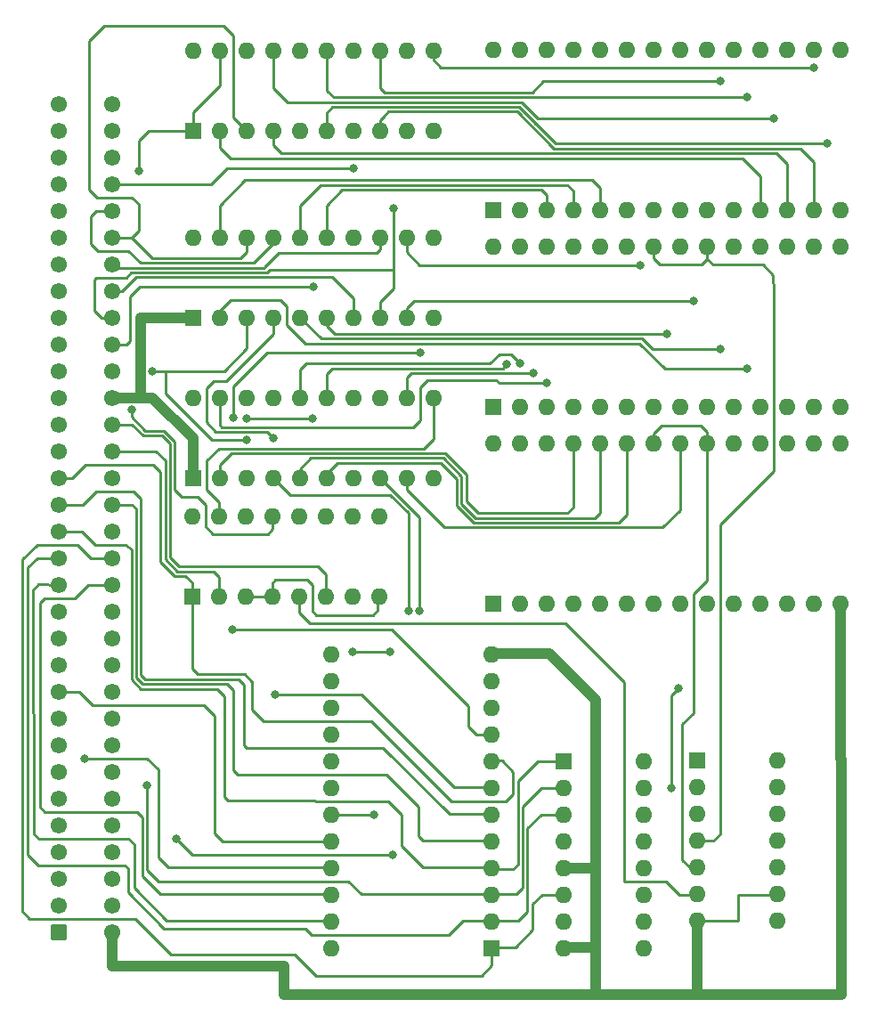
<source format=gbr>
%TF.GenerationSoftware,KiCad,Pcbnew,7.0.9*%
%TF.CreationDate,2024-04-21T12:45:51+02:00*%
%TF.ProjectId,C_-836,43c52d38-3336-42e6-9b69-6361645f7063,rev?*%
%TF.SameCoordinates,Original*%
%TF.FileFunction,Copper,L1,Top*%
%TF.FilePolarity,Positive*%
%FSLAX46Y46*%
G04 Gerber Fmt 4.6, Leading zero omitted, Abs format (unit mm)*
G04 Created by KiCad (PCBNEW 7.0.9) date 2024-04-21 12:45:51*
%MOMM*%
%LPD*%
G01*
G04 APERTURE LIST*
G04 Aperture macros list*
%AMRoundRect*
0 Rectangle with rounded corners*
0 $1 Rounding radius*
0 $2 $3 $4 $5 $6 $7 $8 $9 X,Y pos of 4 corners*
0 Add a 4 corners polygon primitive as box body*
4,1,4,$2,$3,$4,$5,$6,$7,$8,$9,$2,$3,0*
0 Add four circle primitives for the rounded corners*
1,1,$1+$1,$2,$3*
1,1,$1+$1,$4,$5*
1,1,$1+$1,$6,$7*
1,1,$1+$1,$8,$9*
0 Add four rect primitives between the rounded corners*
20,1,$1+$1,$2,$3,$4,$5,0*
20,1,$1+$1,$4,$5,$6,$7,0*
20,1,$1+$1,$6,$7,$8,$9,0*
20,1,$1+$1,$8,$9,$2,$3,0*%
G04 Aperture macros list end*
%TA.AperFunction,ComponentPad*%
%ADD10R,1.600000X1.600000*%
%TD*%
%TA.AperFunction,ComponentPad*%
%ADD11O,1.600000X1.600000*%
%TD*%
%TA.AperFunction,ComponentPad*%
%ADD12RoundRect,0.249999X0.525001X-0.525001X0.525001X0.525001X-0.525001X0.525001X-0.525001X-0.525001X0*%
%TD*%
%TA.AperFunction,ComponentPad*%
%ADD13C,1.550000*%
%TD*%
%TA.AperFunction,ViaPad*%
%ADD14C,0.800000*%
%TD*%
%TA.AperFunction,Conductor*%
%ADD15C,0.250000*%
%TD*%
%TA.AperFunction,Conductor*%
%ADD16C,1.000000*%
%TD*%
G04 APERTURE END LIST*
D10*
%TO.P,IC8,1,A15*%
%TO.N,/A15*%
X91186000Y-56489600D03*
D11*
%TO.P,IC8,2,A12*%
%TO.N,/A12*%
X93726000Y-56489600D03*
%TO.P,IC8,3,A7*%
%TO.N,/A7*%
X96266000Y-56489600D03*
%TO.P,IC8,4,A6*%
%TO.N,/A6*%
X98806000Y-56489600D03*
%TO.P,IC8,5,A5*%
%TO.N,/A5*%
X101346000Y-56489600D03*
%TO.P,IC8,6,A4*%
%TO.N,/A4*%
X103886000Y-56489600D03*
%TO.P,IC8,7,A3*%
%TO.N,/A3*%
X106426000Y-56489600D03*
%TO.P,IC8,8,A2*%
%TO.N,/A2*%
X108966000Y-56489600D03*
%TO.P,IC8,9,A1*%
%TO.N,/A1*%
X111506000Y-56489600D03*
%TO.P,IC8,10,A0*%
%TO.N,/A0*%
X114046000Y-56489600D03*
%TO.P,IC8,11,D0*%
%TO.N,/D0*%
X116586000Y-56489600D03*
%TO.P,IC8,12,D1*%
%TO.N,/D1*%
X119126000Y-56489600D03*
%TO.P,IC8,13,D2*%
%TO.N,/D2*%
X121666000Y-56489600D03*
%TO.P,IC8,14,GND*%
%TO.N,GND*%
X124206000Y-56489600D03*
%TO.P,IC8,15,D3*%
%TO.N,/D3*%
X124206000Y-41249600D03*
%TO.P,IC8,16,D4*%
%TO.N,/D4*%
X121666000Y-41249600D03*
%TO.P,IC8,17,D5*%
%TO.N,/D5*%
X119126000Y-41249600D03*
%TO.P,IC8,18,D6*%
%TO.N,/D6*%
X116586000Y-41249600D03*
%TO.P,IC8,19,D7*%
%TO.N,/D7*%
X114046000Y-41249600D03*
%TO.P,IC8,20,~{CE}*%
%TO.N,Net-(IC4-O3)*%
X111506000Y-41249600D03*
%TO.P,IC8,21,A10*%
%TO.N,/A10*%
X108966000Y-41249600D03*
%TO.P,IC8,22,~{OE}*%
%TO.N,Net-(IC4-O3)*%
X106426000Y-41249600D03*
%TO.P,IC8,23,A11*%
%TO.N,/A11*%
X103886000Y-41249600D03*
%TO.P,IC8,24,A9*%
%TO.N,/A9*%
X101346000Y-41249600D03*
%TO.P,IC8,25,A8*%
%TO.N,/A8*%
X98806000Y-41249600D03*
%TO.P,IC8,26,A13*%
%TO.N,/A13*%
X96266000Y-41249600D03*
%TO.P,IC8,27,A14*%
%TO.N,/A14*%
X93726000Y-41249600D03*
%TO.P,IC8,28,VCC*%
%TO.N,+5V*%
X91186000Y-41249600D03*
%TD*%
D10*
%TO.P,IC11,1,A7*%
%TO.N,/BA7*%
X91033600Y-126644400D03*
D11*
%TO.P,IC11,2,A6*%
%TO.N,/BA6*%
X91033600Y-124104400D03*
%TO.P,IC11,3,A5*%
%TO.N,/BA5*%
X91033600Y-121564400D03*
%TO.P,IC11,4,A4*%
%TO.N,/BA4*%
X91033600Y-119024400D03*
%TO.P,IC11,5,A3*%
%TO.N,/BA3*%
X91033600Y-116484400D03*
%TO.P,IC11,6,A2*%
%TO.N,/BA2*%
X91033600Y-113944400D03*
%TO.P,IC11,7,A1*%
%TO.N,/BA1*%
X91033600Y-111404400D03*
%TO.P,IC11,8,A0*%
%TO.N,/BA0*%
X91033600Y-108864400D03*
%TO.P,IC11,9,Q0*%
%TO.N,/BD0*%
X91033600Y-106324400D03*
%TO.P,IC11,10,Q1*%
%TO.N,/BD1*%
X91033600Y-103784400D03*
%TO.P,IC11,11,Q2*%
%TO.N,/BD2*%
X91033600Y-101244400D03*
%TO.P,IC11,12,GND*%
%TO.N,GND*%
X91033600Y-98704400D03*
%TO.P,IC11,13,Q3*%
%TO.N,/BD3*%
X75793600Y-98704400D03*
%TO.P,IC11,14,Q4*%
%TO.N,/BD4*%
X75793600Y-101244400D03*
%TO.P,IC11,15,Q5*%
%TO.N,/BD5*%
X75793600Y-103784400D03*
%TO.P,IC11,16,Q6*%
%TO.N,/BD6*%
X75793600Y-106324400D03*
%TO.P,IC11,17,Q7*%
%TO.N,/BD7*%
X75793600Y-108864400D03*
%TO.P,IC11,18,~{CS}*%
%TO.N,E400*%
X75793600Y-111404400D03*
%TO.P,IC11,19,A10*%
%TO.N,GND*%
X75793600Y-113944400D03*
%TO.P,IC11,20,~{OE}*%
%TO.N,E400*%
X75793600Y-116484400D03*
%TO.P,IC11,21,~{WR}*%
%TO.N,R{slash}~{W}*%
X75793600Y-119024400D03*
%TO.P,IC11,22,A9*%
%TO.N,/BA9*%
X75793600Y-121564400D03*
%TO.P,IC11,23,A8*%
%TO.N,/BA8*%
X75793600Y-124104400D03*
%TO.P,IC11,24,Vcc*%
%TO.N,+5V*%
X75793600Y-126644400D03*
%TD*%
D10*
%TO.P,IC1,1,OEa*%
%TO.N,Net-(IC1-OEa)*%
X62636400Y-48920400D03*
D11*
%TO.P,IC1,2,I0a*%
%TO.N,/D0*%
X65176400Y-48920400D03*
%TO.P,IC1,3,O3b*%
%TO.N,/BD5*%
X67716400Y-48920400D03*
%TO.P,IC1,4,I1a*%
%TO.N,/D1*%
X70256400Y-48920400D03*
%TO.P,IC1,5,O2b*%
%TO.N,/BD6*%
X72796400Y-48920400D03*
%TO.P,IC1,6,I2a*%
%TO.N,/D3*%
X75336400Y-48920400D03*
%TO.P,IC1,7,O1b*%
%TO.N,/BD7*%
X77876400Y-48920400D03*
%TO.P,IC1,8,I3a*%
%TO.N,/D2*%
X80416400Y-48920400D03*
%TO.P,IC1,9,O0b*%
%TO.N,/BD4*%
X82956400Y-48920400D03*
%TO.P,IC1,10,GND*%
%TO.N,GND*%
X85496400Y-48920400D03*
%TO.P,IC1,11,I0b*%
%TO.N,/D4*%
X85496400Y-41300400D03*
%TO.P,IC1,12,O3a*%
%TO.N,/BD2*%
X82956400Y-41300400D03*
%TO.P,IC1,13,I1b*%
%TO.N,/D7*%
X80416400Y-41300400D03*
%TO.P,IC1,14,O2a*%
%TO.N,/BD3*%
X77876400Y-41300400D03*
%TO.P,IC1,15,I2b*%
%TO.N,/D6*%
X75336400Y-41300400D03*
%TO.P,IC1,16,O1a*%
%TO.N,/BD1*%
X72796400Y-41300400D03*
%TO.P,IC1,17,I3b*%
%TO.N,/D5*%
X70256400Y-41300400D03*
%TO.P,IC1,18,O0a*%
%TO.N,/BD0*%
X67716400Y-41300400D03*
%TO.P,IC1,19,OEb*%
%TO.N,Net-(IC1-OEa)*%
X65176400Y-41300400D03*
%TO.P,IC1,20,VCC*%
%TO.N,+5V*%
X62636400Y-41300400D03*
%TD*%
D10*
%TO.P,IC2,1,OE*%
%TO.N,GND*%
X62636400Y-66700400D03*
D11*
%TO.P,IC2,2,O0*%
%TO.N,/A0*%
X65176400Y-66700400D03*
%TO.P,IC2,3,D0*%
%TO.N,/BD0*%
X67716400Y-66700400D03*
%TO.P,IC2,4,D1*%
%TO.N,/BD1*%
X70256400Y-66700400D03*
%TO.P,IC2,5,O1*%
%TO.N,/A1*%
X72796400Y-66700400D03*
%TO.P,IC2,6,O2*%
%TO.N,/A3*%
X75336400Y-66700400D03*
%TO.P,IC2,7,D2*%
%TO.N,/BD3*%
X77876400Y-66700400D03*
%TO.P,IC2,8,D3*%
%TO.N,/BD2*%
X80416400Y-66700400D03*
%TO.P,IC2,9,O3*%
%TO.N,/A2*%
X82956400Y-66700400D03*
%TO.P,IC2,10,GND*%
%TO.N,GND*%
X85496400Y-66700400D03*
%TO.P,IC2,11,Cp*%
%TO.N,Net-(IC2-Cp)*%
X85496400Y-59080400D03*
%TO.P,IC2,12,O4*%
%TO.N,/A4*%
X82956400Y-59080400D03*
%TO.P,IC2,13,D4*%
%TO.N,/BD4*%
X80416400Y-59080400D03*
%TO.P,IC2,14,D5*%
%TO.N,/BD7*%
X77876400Y-59080400D03*
%TO.P,IC2,15,O5*%
%TO.N,/A7*%
X75336400Y-59080400D03*
%TO.P,IC2,16,O6*%
%TO.N,/A6*%
X72796400Y-59080400D03*
%TO.P,IC2,17,D6*%
%TO.N,/BD6*%
X70256400Y-59080400D03*
%TO.P,IC2,18,D7*%
%TO.N,/BD5*%
X67716400Y-59080400D03*
%TO.P,IC2,19,O7*%
%TO.N,/A5*%
X65176400Y-59080400D03*
%TO.P,IC2,20,VCC*%
%TO.N,+5V*%
X62636400Y-59080400D03*
%TD*%
D12*
%TO.P,P1,a1,GND*%
%TO.N,GND*%
X49885600Y-125120400D03*
D13*
%TO.P,P1,a2,GND*%
X49885600Y-122580400D03*
%TO.P,P1,a3,GND*%
X49885600Y-120040400D03*
%TO.P,P1,a4,-12V*%
%TO.N,unconnected-(P1--12V-Pada4)*%
X49885600Y-117500400D03*
%TO.P,P1,a5,+12V*%
%TO.N,unconnected-(P1-+12V-Pada5)*%
X49885600Y-114960400D03*
%TO.P,P1,a6,---*%
%TO.N,unconnected-(P1-----Pada6)*%
X49885600Y-112420400D03*
%TO.P,P1,a7,----*%
%TO.N,unconnected-(P1------Pada7)*%
X49885600Y-109880400D03*
%TO.P,P1,a8,BA*%
%TO.N,unconnected-(P1-BA-Pada8)*%
X49885600Y-107340400D03*
%TO.P,P1,a9,----*%
%TO.N,unconnected-(P1------Pada9)*%
X49885600Y-104800400D03*
%TO.P,P1,a10,E400*%
%TO.N,E400*%
X49885600Y-102260400D03*
%TO.P,P1,a11,A14*%
%TO.N,/BA14*%
X49885600Y-99720400D03*
%TO.P,P1,a12,A12*%
%TO.N,/BA12*%
X49885600Y-97180400D03*
%TO.P,P1,a13,A10*%
%TO.N,/BA10*%
X49885600Y-94640400D03*
%TO.P,P1,a14,A8*%
%TO.N,/BA8*%
X49885600Y-92100400D03*
%TO.P,P1,a15,A6*%
%TO.N,/BA6*%
X49885600Y-89560400D03*
%TO.P,P1,a16,A4*%
%TO.N,/BA4*%
X49885600Y-87020400D03*
%TO.P,P1,a17,A2*%
%TO.N,/BA2*%
X49885600Y-84480400D03*
%TO.P,P1,a18,A0*%
%TO.N,/BA0*%
X49885600Y-81940400D03*
%TO.P,P1,a19,I/O-Select*%
%TO.N,I{slash}O*%
X49885600Y-79400400D03*
%TO.P,P1,a20,RESET*%
%TO.N,unconnected-(P1-RESET-Pada20)*%
X49885600Y-76860400D03*
%TO.P,P1,a21,IRQ*%
%TO.N,unconnected-(P1-IRQ-Pada21)*%
X49885600Y-74320400D03*
%TO.P,P1,a22,GND*%
%TO.N,GND*%
X49885600Y-71780400D03*
%TO.P,P1,a23,GND*%
X49885600Y-69240400D03*
%TO.P,P1,a24,GND*%
X49885600Y-66700400D03*
%TO.P,P1,a25,GND*%
X49885600Y-64160400D03*
%TO.P,P1,a26,GND*%
X49885600Y-61620400D03*
%TO.P,P1,a27,GND*%
X49885600Y-59080400D03*
%TO.P,P1,a28,GND*%
X49885600Y-56540400D03*
%TO.P,P1,a29,GND*%
X49885600Y-54000400D03*
%TO.P,P1,a30,+5V*%
%TO.N,+5V*%
X49885600Y-51460400D03*
%TO.P,P1,a31,+5V*%
X49885600Y-48920400D03*
%TO.P,P1,a32,+5V*%
X49885600Y-46380400D03*
%TO.P,P1,c1,GNC*%
%TO.N,GND*%
X54965600Y-125120400D03*
%TO.P,P1,c2,GND*%
X54965600Y-122580400D03*
%TO.P,P1,c3,GND*%
X54965600Y-120040400D03*
%TO.P,P1,c4,-12V*%
%TO.N,unconnected-(P1--12V-Padc4)*%
X54965600Y-117500400D03*
%TO.P,P1,c5,+12V*%
%TO.N,unconnected-(P1-+12V-Padc5)*%
X54965600Y-114960400D03*
%TO.P,P1,c6,EXT-RESET*%
%TO.N,unconnected-(P1-EXT-RESET-Padc6)*%
X54965600Y-112420400D03*
%TO.P,P1,c7,----*%
%TO.N,unconnected-(P1------Padc7)*%
X54965600Y-109880400D03*
%TO.P,P1,c8,HALT*%
%TO.N,unconnected-(P1-HALT-Padc8)*%
X54965600Y-107340400D03*
%TO.P,P1,c9,----*%
%TO.N,unconnected-(P1------Padc9)*%
X54965600Y-104800400D03*
%TO.P,P1,c10,E800*%
%TO.N,unconnected-(P1-E800-Padc10)*%
X54965600Y-102260400D03*
%TO.P,P1,c11,A15*%
%TO.N,/BA15*%
X54965600Y-99720400D03*
%TO.P,P1,c12,A13*%
%TO.N,/BA13*%
X54965600Y-97180400D03*
%TO.P,P1,c13,A11*%
%TO.N,/BA11*%
X54965600Y-94640400D03*
%TO.P,P1,c14,A9*%
%TO.N,/BA9*%
X54965600Y-92100400D03*
%TO.P,P1,c15,A7*%
%TO.N,/BA7*%
X54965600Y-89560400D03*
%TO.P,P1,c16,A5*%
%TO.N,/BA5*%
X54965600Y-87020400D03*
%TO.P,P1,c17,A3*%
%TO.N,/BA3*%
X54965600Y-84480400D03*
%TO.P,P1,c18,A1*%
%TO.N,/BA1*%
X54965600Y-81940400D03*
%TO.P,P1,c19,R/W*%
%TO.N,R{slash}~{W}*%
X54965600Y-79400400D03*
%TO.P,P1,c20,E*%
%TO.N,E*%
X54965600Y-76860400D03*
%TO.P,P1,c21,GND*%
%TO.N,GND*%
X54965600Y-74320400D03*
%TO.P,P1,c22,D0*%
%TO.N,/BD0*%
X54965600Y-71780400D03*
%TO.P,P1,c23,D1*%
%TO.N,/BD1*%
X54965600Y-69240400D03*
%TO.P,P1,c24,D2*%
%TO.N,/BD2*%
X54965600Y-66700400D03*
%TO.P,P1,c25,D3*%
%TO.N,/BD3*%
X54965600Y-64160400D03*
%TO.P,P1,c26,D4*%
%TO.N,/BD4*%
X54965600Y-61620400D03*
%TO.P,P1,c27,D5*%
%TO.N,/BD5*%
X54965600Y-59080400D03*
%TO.P,P1,c28,D6*%
%TO.N,/BD6*%
X54965600Y-56540400D03*
%TO.P,P1,c29,D7*%
%TO.N,/BD7*%
X54965600Y-54000400D03*
%TO.P,P1,c30,+5V*%
%TO.N,+5V*%
X54965600Y-51460400D03*
%TO.P,P1,c31,+5V*%
X54965600Y-48920400D03*
%TO.P,P1,c32,+5V*%
X54965600Y-46380400D03*
%TD*%
D10*
%TO.P,IC7,1*%
%TO.N,+5V*%
X110591600Y-108859400D03*
D11*
%TO.P,IC7,2*%
%TO.N,Net-(IC4-O3)*%
X110591600Y-111399400D03*
%TO.P,IC7,3*%
%TO.N,N/C*%
X110591600Y-113939400D03*
%TO.P,IC7,4*%
%TO.N,Net-(IC4-O4)*%
X110591600Y-116479400D03*
%TO.P,IC7,5*%
%TO.N,Net-(IC10-~{CE})*%
X110591600Y-119019400D03*
%TO.P,IC7,6*%
%TO.N,Net-(IC6-E2)*%
X110591600Y-121559400D03*
%TO.P,IC7,7,GND*%
%TO.N,GND*%
X110591600Y-124099400D03*
%TO.P,IC7,8*%
%TO.N,unconnected-(IC7-Pad8)*%
X118211600Y-124099400D03*
%TO.P,IC7,9*%
%TO.N,GND*%
X118211600Y-121559400D03*
%TO.P,IC7,10*%
X118211600Y-119019400D03*
%TO.P,IC7,11*%
%TO.N,N/C*%
X118211600Y-116479400D03*
%TO.P,IC7,12*%
%TO.N,GND*%
X118211600Y-113939400D03*
%TO.P,IC7,13*%
X118211600Y-111399400D03*
%TO.P,IC7,14,VCC*%
%TO.N,+5V*%
X118211600Y-108859400D03*
%TD*%
D10*
%TO.P,IC10,1,A15*%
%TO.N,/A15*%
X91186000Y-93903800D03*
D11*
%TO.P,IC10,2,A12*%
%TO.N,/A12*%
X93726000Y-93903800D03*
%TO.P,IC10,3,A7*%
%TO.N,/A7*%
X96266000Y-93903800D03*
%TO.P,IC10,4,A6*%
%TO.N,/A6*%
X98806000Y-93903800D03*
%TO.P,IC10,5,A5*%
%TO.N,/A5*%
X101346000Y-93903800D03*
%TO.P,IC10,6,A4*%
%TO.N,/A4*%
X103886000Y-93903800D03*
%TO.P,IC10,7,A3*%
%TO.N,/A3*%
X106426000Y-93903800D03*
%TO.P,IC10,8,A2*%
%TO.N,/A2*%
X108966000Y-93903800D03*
%TO.P,IC10,9,A1*%
%TO.N,/A1*%
X111506000Y-93903800D03*
%TO.P,IC10,10,A0*%
%TO.N,/A0*%
X114046000Y-93903800D03*
%TO.P,IC10,11,D0*%
%TO.N,/D0*%
X116586000Y-93903800D03*
%TO.P,IC10,12,D1*%
%TO.N,/D1*%
X119126000Y-93903800D03*
%TO.P,IC10,13,D2*%
%TO.N,/D2*%
X121666000Y-93903800D03*
%TO.P,IC10,14,GND*%
%TO.N,GND*%
X124206000Y-93903800D03*
%TO.P,IC10,15,D3*%
%TO.N,/D3*%
X124206000Y-78663800D03*
%TO.P,IC10,16,D4*%
%TO.N,/D4*%
X121666000Y-78663800D03*
%TO.P,IC10,17,D5*%
%TO.N,/D5*%
X119126000Y-78663800D03*
%TO.P,IC10,18,D6*%
%TO.N,/D6*%
X116586000Y-78663800D03*
%TO.P,IC10,19,D7*%
%TO.N,/D7*%
X114046000Y-78663800D03*
%TO.P,IC10,20,~{CE}*%
%TO.N,Net-(IC10-~{CE})*%
X111506000Y-78663800D03*
%TO.P,IC10,21,A10*%
%TO.N,/A10*%
X108966000Y-78663800D03*
%TO.P,IC10,22,~{OE}*%
%TO.N,Net-(IC10-~{CE})*%
X106426000Y-78663800D03*
%TO.P,IC10,23,A11*%
%TO.N,/A11*%
X103886000Y-78663800D03*
%TO.P,IC10,24,A9*%
%TO.N,/A9*%
X101346000Y-78663800D03*
%TO.P,IC10,25,A8*%
%TO.N,/A8*%
X98806000Y-78663800D03*
%TO.P,IC10,26,A13*%
%TO.N,/A13*%
X96266000Y-78663800D03*
%TO.P,IC10,27,A14*%
%TO.N,/A14*%
X93726000Y-78663800D03*
%TO.P,IC10,28,VCC*%
%TO.N,+5V*%
X91186000Y-78663800D03*
%TD*%
D10*
%TO.P,IC3,1,OE*%
%TO.N,GND*%
X62636400Y-81940400D03*
D11*
%TO.P,IC3,2,O0*%
%TO.N,/A8*%
X65176400Y-81940400D03*
%TO.P,IC3,3,D0*%
%TO.N,/BD0*%
X67716400Y-81940400D03*
%TO.P,IC3,4,D1*%
%TO.N,/BD1*%
X70256400Y-81940400D03*
%TO.P,IC3,5,O1*%
%TO.N,/A9*%
X72796400Y-81940400D03*
%TO.P,IC3,6,O2*%
%TO.N,/A11*%
X75336400Y-81940400D03*
%TO.P,IC3,7,D2*%
%TO.N,/BD3*%
X77876400Y-81940400D03*
%TO.P,IC3,8,D3*%
%TO.N,/BD2*%
X80416400Y-81940400D03*
%TO.P,IC3,9,O3*%
%TO.N,/A10*%
X82956400Y-81940400D03*
%TO.P,IC3,10,GND*%
%TO.N,GND*%
X85496400Y-81940400D03*
%TO.P,IC3,11,Cp*%
%TO.N,Net-(IC3-Cp)*%
X85496400Y-74320400D03*
%TO.P,IC3,12,O4*%
%TO.N,/A12*%
X82956400Y-74320400D03*
%TO.P,IC3,13,D4*%
%TO.N,/BD4*%
X80416400Y-74320400D03*
%TO.P,IC3,14,D5*%
%TO.N,/BD7*%
X77876400Y-74320400D03*
%TO.P,IC3,15,O5*%
%TO.N,/A15*%
X75336400Y-74320400D03*
%TO.P,IC3,16,O6*%
%TO.N,/A14*%
X72796400Y-74320400D03*
%TO.P,IC3,17,D6*%
%TO.N,/BD6*%
X70256400Y-74320400D03*
%TO.P,IC3,18,D7*%
%TO.N,/BD5*%
X67716400Y-74320400D03*
%TO.P,IC3,19,O7*%
%TO.N,/A13*%
X65176400Y-74320400D03*
%TO.P,IC3,20,VCC*%
%TO.N,+5V*%
X62636400Y-74320400D03*
%TD*%
D10*
%TO.P,IC9,1,A15*%
%TO.N,/A15*%
X91186000Y-75184000D03*
D11*
%TO.P,IC9,2,A12*%
%TO.N,/A12*%
X93726000Y-75184000D03*
%TO.P,IC9,3,A7*%
%TO.N,/A7*%
X96266000Y-75184000D03*
%TO.P,IC9,4,A6*%
%TO.N,/A6*%
X98806000Y-75184000D03*
%TO.P,IC9,5,A5*%
%TO.N,/A5*%
X101346000Y-75184000D03*
%TO.P,IC9,6,A4*%
%TO.N,/A4*%
X103886000Y-75184000D03*
%TO.P,IC9,7,A3*%
%TO.N,/A3*%
X106426000Y-75184000D03*
%TO.P,IC9,8,A2*%
%TO.N,/A2*%
X108966000Y-75184000D03*
%TO.P,IC9,9,A1*%
%TO.N,/A1*%
X111506000Y-75184000D03*
%TO.P,IC9,10,A0*%
%TO.N,/A0*%
X114046000Y-75184000D03*
%TO.P,IC9,11,D0*%
%TO.N,/D0*%
X116586000Y-75184000D03*
%TO.P,IC9,12,D1*%
%TO.N,/D1*%
X119126000Y-75184000D03*
%TO.P,IC9,13,D2*%
%TO.N,/D2*%
X121666000Y-75184000D03*
%TO.P,IC9,14,GND*%
%TO.N,GND*%
X124206000Y-75184000D03*
%TO.P,IC9,15,D3*%
%TO.N,/D3*%
X124206000Y-59944000D03*
%TO.P,IC9,16,D4*%
%TO.N,/D4*%
X121666000Y-59944000D03*
%TO.P,IC9,17,D5*%
%TO.N,/D5*%
X119126000Y-59944000D03*
%TO.P,IC9,18,D6*%
%TO.N,/D6*%
X116586000Y-59944000D03*
%TO.P,IC9,19,D7*%
%TO.N,/D7*%
X114046000Y-59944000D03*
%TO.P,IC9,20,~{CE}*%
%TO.N,Net-(IC4-O4)*%
X111506000Y-59944000D03*
%TO.P,IC9,21,A10*%
%TO.N,/A10*%
X108966000Y-59944000D03*
%TO.P,IC9,22,~{OE}*%
%TO.N,Net-(IC4-O4)*%
X106426000Y-59944000D03*
%TO.P,IC9,23,A11*%
%TO.N,/A11*%
X103886000Y-59944000D03*
%TO.P,IC9,24,A9*%
%TO.N,/A9*%
X101346000Y-59944000D03*
%TO.P,IC9,25,A8*%
%TO.N,/A8*%
X98806000Y-59944000D03*
%TO.P,IC9,26,A13*%
%TO.N,/A13*%
X96266000Y-59944000D03*
%TO.P,IC9,27,A14*%
%TO.N,/A14*%
X93726000Y-59944000D03*
%TO.P,IC9,28,VCC*%
%TO.N,+5V*%
X91186000Y-59944000D03*
%TD*%
D10*
%TO.P,IC6,1,A0*%
%TO.N,/BA0*%
X62534800Y-93218000D03*
D11*
%TO.P,IC6,2,A1*%
%TO.N,R{slash}~{W}*%
X65074800Y-93218000D03*
%TO.P,IC6,3,A2*%
%TO.N,GND*%
X67614800Y-93218000D03*
%TO.P,IC6,4,E1*%
X70154800Y-93218000D03*
%TO.P,IC6,5,E2*%
%TO.N,Net-(IC6-E2)*%
X72694800Y-93218000D03*
%TO.P,IC6,6,E3*%
%TO.N,E*%
X75234800Y-93218000D03*
%TO.P,IC6,7,O7*%
%TO.N,unconnected-(IC6-O7-Pad7)*%
X77774800Y-93218000D03*
%TO.P,IC6,8,GND*%
%TO.N,GND*%
X80314800Y-93218000D03*
%TO.P,IC6,9,O6*%
%TO.N,unconnected-(IC6-O6-Pad9)*%
X80314800Y-85598000D03*
%TO.P,IC6,10,O5*%
%TO.N,unconnected-(IC6-O5-Pad10)*%
X77774800Y-85598000D03*
%TO.P,IC6,11,O4*%
%TO.N,unconnected-(IC6-O4-Pad11)*%
X75234800Y-85598000D03*
%TO.P,IC6,12,O3*%
%TO.N,unconnected-(IC6-O3-Pad12)*%
X72694800Y-85598000D03*
%TO.P,IC6,13,O2*%
%TO.N,Net-(IC1-OEa)*%
X70154800Y-85598000D03*
%TO.P,IC6,14,O1*%
%TO.N,Net-(IC2-Cp)*%
X67614800Y-85598000D03*
%TO.P,IC6,15,O0*%
%TO.N,Net-(IC3-Cp)*%
X65074800Y-85598000D03*
%TO.P,IC6,16,VCC*%
%TO.N,+5V*%
X62534800Y-85598000D03*
%TD*%
D10*
%TO.P,IC4,1,A0*%
%TO.N,/BA4*%
X97891600Y-108864400D03*
D11*
%TO.P,IC4,2,A1*%
%TO.N,/BA5*%
X97891600Y-111404400D03*
%TO.P,IC4,3,A2*%
%TO.N,/BA6*%
X97891600Y-113944400D03*
%TO.P,IC4,4,E1*%
%TO.N,I{slash}O*%
X97891600Y-116484400D03*
%TO.P,IC4,5,E2*%
%TO.N,GND*%
X97891600Y-119024400D03*
%TO.P,IC4,6,E3*%
%TO.N,/BA7*%
X97891600Y-121564400D03*
%TO.P,IC4,7,O7*%
%TO.N,unconnected-(IC4-O7-Pad7)*%
X97891600Y-124104400D03*
%TO.P,IC4,8,GND*%
%TO.N,GND*%
X97891600Y-126644400D03*
%TO.P,IC4,9,O6*%
%TO.N,unconnected-(IC4-O6-Pad9)*%
X105511600Y-126644400D03*
%TO.P,IC4,10,O5*%
%TO.N,Net-(IC10-~{CE})*%
X105511600Y-124104400D03*
%TO.P,IC4,11,O4*%
%TO.N,Net-(IC4-O4)*%
X105511600Y-121564400D03*
%TO.P,IC4,12,O3*%
%TO.N,Net-(IC4-O3)*%
X105511600Y-119024400D03*
%TO.P,IC4,13,O2*%
%TO.N,unconnected-(IC4-O2-Pad13)*%
X105511600Y-116484400D03*
%TO.P,IC4,14,O1*%
%TO.N,unconnected-(IC4-O1-Pad14)*%
X105511600Y-113944400D03*
%TO.P,IC4,15,O0*%
%TO.N,unconnected-(IC4-O0-Pad15)*%
X105511600Y-111404400D03*
%TO.P,IC4,16,VCC*%
%TO.N,+5V*%
X105511600Y-108864400D03*
%TD*%
D14*
%TO.N,Net-(IC1-OEa)*%
X57454800Y-52730400D03*
X56794400Y-75438000D03*
%TO.N,/BD5*%
X73964800Y-76301600D03*
X67716400Y-76301600D03*
%TO.N,/D3*%
X122936000Y-50139600D03*
%TO.N,/BD7*%
X81330800Y-98501200D03*
X77825600Y-98501200D03*
X77876400Y-52476400D03*
%TO.N,GND*%
X79806800Y-113944400D03*
%TO.N,/D4*%
X121666000Y-42926000D03*
%TO.N,/BD2*%
X84175600Y-94589600D03*
X81686400Y-56286400D03*
%TO.N,/D7*%
X112776000Y-44246800D03*
%TO.N,/BD1*%
X74066400Y-63754000D03*
X83159600Y-94589600D03*
X70256400Y-78130400D03*
%TO.N,/D5*%
X117856000Y-47752000D03*
%TO.N,/BD0*%
X66344800Y-96367600D03*
X58775600Y-71780400D03*
X67716400Y-78333600D03*
%TO.N,/A0*%
X115316000Y-71577200D03*
%TO.N,/A1*%
X112776000Y-69697600D03*
%TO.N,/A3*%
X107696000Y-68275200D03*
%TO.N,/A2*%
X110236000Y-65125600D03*
%TO.N,Net-(IC2-Cp)*%
X66446400Y-76250800D03*
X84226400Y-70053200D03*
%TO.N,/A4*%
X105156000Y-61722000D03*
%TO.N,/A12*%
X94996000Y-71983600D03*
%TO.N,/A15*%
X92456000Y-71170800D03*
%TO.N,/A14*%
X93726000Y-71018400D03*
%TO.N,/A13*%
X96266000Y-72948800D03*
%TO.N,Net-(IC4-O3)*%
X108153200Y-111404400D03*
X108762800Y-101955600D03*
%TO.N,/D6*%
X115316000Y-45720000D03*
%TO.N,I{slash}O*%
X61010800Y-116230400D03*
X81635600Y-117754400D03*
%TO.N,R{slash}~{W}*%
X52324000Y-108610400D03*
%TO.N,/BA5*%
X58267600Y-111150400D03*
%TO.N,/BA1*%
X70408800Y-102514400D03*
%TD*%
D15*
%TO.N,Net-(IC1-OEa)*%
X70104000Y-86817200D02*
X70104000Y-86918800D01*
X62636400Y-48920400D02*
X58420000Y-48920400D01*
X56794400Y-76149200D02*
X56794400Y-75438000D01*
X70154800Y-85598000D02*
X70154800Y-86817200D01*
X60909200Y-78486000D02*
X59893200Y-77470000D01*
X59893200Y-77470000D02*
X58115200Y-77470000D01*
X63804800Y-86563200D02*
X63804800Y-84531200D01*
X64516000Y-87274400D02*
X63804800Y-86563200D01*
X62636400Y-47142400D02*
X65176400Y-44602400D01*
X69748400Y-87274400D02*
X64516000Y-87274400D01*
X58420000Y-48920400D02*
X57454800Y-49885600D01*
X62636400Y-48920400D02*
X62636400Y-47142400D01*
X70154800Y-86817200D02*
X70104000Y-86817200D01*
X61562400Y-83769200D02*
X60909200Y-83116000D01*
X63042800Y-83769200D02*
X61562400Y-83769200D01*
X57454800Y-49885600D02*
X57454800Y-52730400D01*
X63804800Y-84531200D02*
X63042800Y-83769200D01*
X65176400Y-44602400D02*
X65176400Y-41300400D01*
X58115200Y-77470000D02*
X56794400Y-76149200D01*
X60909200Y-83116000D02*
X60909200Y-78486000D01*
X70104000Y-86918800D02*
X69748400Y-87274400D01*
%TO.N,/D0*%
X65176400Y-48920400D02*
X65176400Y-50546000D01*
X66192400Y-51562000D02*
X114858800Y-51562000D01*
X65176400Y-50546000D02*
X66192400Y-51562000D01*
X114858800Y-51562000D02*
X116586000Y-53289200D01*
X116586000Y-53289200D02*
X116586000Y-56489600D01*
%TO.N,/BD5*%
X66446400Y-39878000D02*
X66446400Y-47650400D01*
X56794400Y-59080400D02*
X57454800Y-58420000D01*
X58775600Y-61061600D02*
X67106800Y-61061600D01*
X56845200Y-55270400D02*
X53492400Y-55270400D01*
X65532000Y-38963600D02*
X66446400Y-39878000D01*
X57454800Y-58420000D02*
X57454800Y-55880000D01*
X73964800Y-76301600D02*
X67716400Y-76301600D01*
X54203600Y-38963600D02*
X65532000Y-38963600D01*
X67716400Y-60452000D02*
X67716400Y-59080400D01*
X53492400Y-55270400D02*
X52730400Y-54508400D01*
X52730400Y-40436800D02*
X54203600Y-38963600D01*
X54965600Y-59080400D02*
X56794400Y-59080400D01*
X66446400Y-47650400D02*
X67716400Y-48920400D01*
X67106800Y-61061600D02*
X67716400Y-60452000D01*
X52730400Y-54508400D02*
X52730400Y-40436800D01*
X56794400Y-59080400D02*
X58775600Y-61061600D01*
X57454800Y-55880000D02*
X56845200Y-55270400D01*
%TO.N,/D1*%
X118110000Y-51104800D02*
X119126000Y-52120800D01*
X70256400Y-50342800D02*
X71018400Y-51104800D01*
X70256400Y-48920400D02*
X70256400Y-50342800D01*
X71018400Y-51104800D02*
X118110000Y-51104800D01*
X119126000Y-52120800D02*
X119126000Y-56489600D01*
%TO.N,/BD6*%
X70256400Y-59080400D02*
X70256400Y-59639200D01*
X68384000Y-61511600D02*
X57650800Y-61511600D01*
X70256400Y-59639200D02*
X68384000Y-61511600D01*
X70205600Y-59029600D02*
X70256400Y-59080400D01*
X52933600Y-59690000D02*
X52933600Y-57048400D01*
X56489600Y-60350400D02*
X53594000Y-60350400D01*
X57650800Y-61511600D02*
X56489600Y-60350400D01*
X52933600Y-57048400D02*
X53441600Y-56540400D01*
X53441600Y-56540400D02*
X54965600Y-56540400D01*
X53594000Y-60350400D02*
X52933600Y-59690000D01*
%TO.N,/D3*%
X75336400Y-47244000D02*
X75895200Y-46685200D01*
X75895200Y-46685200D02*
X93624400Y-46685200D01*
X97078800Y-50139600D02*
X95141200Y-48202000D01*
X75336400Y-48920400D02*
X75336400Y-47244000D01*
X93624400Y-46685200D02*
X94919800Y-47980600D01*
X94919800Y-47980600D02*
X95141200Y-48202000D01*
X122936000Y-50139600D02*
X97078800Y-50139600D01*
X94919800Y-47980600D02*
X95199200Y-48260000D01*
%TO.N,/BD7*%
X64312800Y-54000400D02*
X65836800Y-52476400D01*
X65836800Y-52476400D02*
X77876400Y-52476400D01*
X54965600Y-54000400D02*
X64312800Y-54000400D01*
X77825600Y-98501200D02*
X81330800Y-98501200D01*
%TO.N,/D2*%
X93438004Y-47135200D02*
X81229200Y-47135200D01*
X80772000Y-47585200D02*
X80416400Y-47940800D01*
X96957604Y-50654800D02*
X93438004Y-47135200D01*
X80416400Y-47940800D02*
X80416400Y-48920400D01*
X80779200Y-47585200D02*
X80772000Y-47585200D01*
X121666000Y-51917600D02*
X120403200Y-50654800D01*
X81229200Y-47135200D02*
X80779200Y-47585200D01*
X120403200Y-50654800D02*
X96957604Y-50654800D01*
X121666000Y-56489600D02*
X121666000Y-51917600D01*
%TO.N,/BD4*%
X69443600Y-61874400D02*
X70764400Y-60553600D01*
X80416400Y-60248800D02*
X80111600Y-60553600D01*
X70764400Y-60553600D02*
X80111600Y-60553600D01*
X80416400Y-59080400D02*
X80416400Y-60248800D01*
X69443600Y-61961600D02*
X69443600Y-61874400D01*
X69443600Y-61961600D02*
X55306800Y-61961600D01*
X55306800Y-61961600D02*
X54965600Y-61620400D01*
%TO.N,GND*%
X73964800Y-92100400D02*
X73964800Y-94589600D01*
X70459600Y-91643200D02*
X73507600Y-91643200D01*
X70154800Y-91948000D02*
X70459600Y-91643200D01*
D16*
X57658000Y-74320400D02*
X58775600Y-74320400D01*
D15*
X79756000Y-94996000D02*
X80213200Y-94538800D01*
D16*
X110591600Y-131064000D02*
X110591600Y-128422400D01*
X54965600Y-128371600D02*
X54965600Y-125120400D01*
X100888800Y-117094000D02*
X100939600Y-117043200D01*
X97942400Y-126593600D02*
X97891600Y-126644400D01*
X96520000Y-98653600D02*
X100939600Y-103073200D01*
X71272400Y-128371600D02*
X71272400Y-131064000D01*
X58775600Y-66700400D02*
X62636400Y-66700400D01*
X58775600Y-74320400D02*
X62636400Y-78181200D01*
D15*
X80213200Y-94538800D02*
X80213200Y-93319600D01*
X73507600Y-91643200D02*
X73964800Y-92100400D01*
D16*
X100888800Y-119024400D02*
X100888800Y-117094000D01*
X97891600Y-119024400D02*
X100888800Y-119024400D01*
X124256800Y-108712000D02*
X124256800Y-131064000D01*
X62636400Y-78181200D02*
X62636400Y-81940400D01*
X124206000Y-93903800D02*
X124206000Y-108661200D01*
D15*
X75793600Y-113944400D02*
X79806800Y-113944400D01*
X110591600Y-124099400D02*
X114498200Y-124099400D01*
X67614800Y-93218000D02*
X70154800Y-93218000D01*
D16*
X110591600Y-131064000D02*
X124256800Y-131064000D01*
X100939600Y-131064000D02*
X110591600Y-131064000D01*
X124256800Y-108712000D02*
X124206000Y-108661200D01*
D15*
X70154800Y-93218000D02*
X70154800Y-91948000D01*
D16*
X54965600Y-128371600D02*
X71272400Y-128371600D01*
X91033600Y-98653600D02*
X96520000Y-98653600D01*
X57658000Y-66700400D02*
X57658000Y-74320400D01*
X100888800Y-126593600D02*
X100888800Y-131013200D01*
X57658000Y-74320400D02*
X54965600Y-74320400D01*
D15*
X114498200Y-121569400D02*
X118201600Y-121569400D01*
D16*
X100939600Y-103073200D02*
X100939600Y-117043200D01*
D15*
X74371200Y-94996000D02*
X79756000Y-94996000D01*
D16*
X80213200Y-93319600D02*
X80314800Y-93218000D01*
X100888800Y-126593600D02*
X97942400Y-126593600D01*
X100888800Y-131013200D02*
X100939600Y-131064000D01*
X58775600Y-66700400D02*
X57658000Y-66700400D01*
X100939600Y-131064000D02*
X71272400Y-131064000D01*
X100888800Y-119024400D02*
X100888800Y-126593600D01*
D15*
X114498200Y-124099400D02*
X114498200Y-121569400D01*
D16*
X110591600Y-128422400D02*
X110591600Y-124104400D01*
D15*
X73964800Y-94589600D02*
X74371200Y-94996000D01*
%TO.N,/D4*%
X86207600Y-42926000D02*
X121666000Y-42926000D01*
X85496400Y-41300400D02*
X85496400Y-42214800D01*
X85496400Y-42214800D02*
X86207600Y-42926000D01*
%TO.N,/BD2*%
X80416400Y-65176400D02*
X80416400Y-66700400D01*
X81686400Y-56286400D02*
X81686400Y-62179200D01*
X53238400Y-63093600D02*
X53238400Y-66040000D01*
X84175600Y-85699600D02*
X84175600Y-94589600D01*
X69646800Y-62433200D02*
X56743600Y-62433200D01*
X53898800Y-66700400D02*
X54965600Y-66700400D01*
X53238400Y-66040000D02*
X53898800Y-66700400D01*
X81686400Y-63906400D02*
X80416400Y-65176400D01*
X81686400Y-62179200D02*
X69900800Y-62179200D01*
X56286400Y-62890400D02*
X53441600Y-62890400D01*
X56743600Y-62433200D02*
X56286400Y-62890400D01*
X69900800Y-62179200D02*
X69646800Y-62433200D01*
X81686400Y-62179200D02*
X81686400Y-63906400D01*
X53441600Y-62890400D02*
X53238400Y-63093600D01*
X80416400Y-81940400D02*
X84175600Y-85699600D01*
%TO.N,/D7*%
X95961200Y-44246800D02*
X112776000Y-44246800D01*
X94894400Y-45313600D02*
X95961200Y-44246800D01*
X80416400Y-44856400D02*
X80873600Y-45313600D01*
X80873600Y-45313600D02*
X94894400Y-45313600D01*
X80416400Y-41300400D02*
X80416400Y-44856400D01*
%TO.N,/BD3*%
X57200800Y-62883200D02*
X75888000Y-62883200D01*
X75888000Y-62883200D02*
X77876400Y-64871600D01*
X77876400Y-64871600D02*
X77876400Y-66700400D01*
X54965600Y-64160400D02*
X55923600Y-64160400D01*
X55923600Y-64160400D02*
X57200800Y-62883200D01*
%TO.N,/BD1*%
X70256400Y-78130400D02*
X69690400Y-77564400D01*
X56642000Y-64668400D02*
X56642000Y-68935600D01*
X64813600Y-77564400D02*
X63906400Y-76657200D01*
X63906400Y-76657200D02*
X63906400Y-73406000D01*
X69690400Y-77564400D02*
X64813600Y-77564400D01*
X56642000Y-68935600D02*
X56337200Y-69240400D01*
X64566800Y-72745600D02*
X65786000Y-72745600D01*
X65786000Y-72745600D02*
X70256400Y-68275200D01*
X81405604Y-83566000D02*
X71882000Y-83566000D01*
X57556400Y-63754000D02*
X56642000Y-64668400D01*
X56337200Y-69240400D02*
X54965600Y-69240400D01*
X71882000Y-83566000D02*
X70256400Y-81940400D01*
X63906400Y-73406000D02*
X64566800Y-72745600D01*
X70256400Y-68275200D02*
X70256400Y-66700400D01*
X83159600Y-94589600D02*
X83159600Y-85319996D01*
X74066400Y-63754000D02*
X57556400Y-63754000D01*
X83159600Y-85319996D02*
X81405604Y-83566000D01*
%TO.N,/D5*%
X71628000Y-46228000D02*
X93878400Y-46228000D01*
X95402400Y-47752000D02*
X117805200Y-47752000D01*
X70256400Y-41300400D02*
X70256400Y-44856400D01*
X93878400Y-46228000D02*
X95402400Y-47752000D01*
X70256400Y-44856400D02*
X71628000Y-46228000D01*
%TO.N,/BD0*%
X58775600Y-71780400D02*
X60045600Y-71780400D01*
X64414400Y-78333600D02*
X60045600Y-73964800D01*
X67716400Y-69646800D02*
X67716400Y-66700400D01*
X88798400Y-103632000D02*
X81534000Y-96367600D01*
X89560400Y-106324400D02*
X88798400Y-105562400D01*
X91033600Y-106324400D02*
X89560400Y-106324400D01*
X60045600Y-71780400D02*
X65582800Y-71780400D01*
X60045600Y-73964800D02*
X60045600Y-71780400D01*
X65582800Y-71780400D02*
X67716400Y-69646800D01*
X67716400Y-78333600D02*
X64414400Y-78333600D01*
X88798400Y-105562400D02*
X88798400Y-103632000D01*
X81534000Y-96367600D02*
X66344800Y-96367600D01*
%TO.N,/A0*%
X70916800Y-65024000D02*
X71526400Y-65633600D01*
X105105200Y-69189600D02*
X107492800Y-71577200D01*
X73304400Y-69189600D02*
X105105200Y-69189600D01*
X71526400Y-67411600D02*
X73304400Y-69189600D01*
X107492800Y-71577200D02*
X115316000Y-71577200D01*
X66192400Y-65024000D02*
X70916800Y-65024000D01*
X65176400Y-66040000D02*
X66192400Y-65024000D01*
X65176400Y-66700400D02*
X65176400Y-66040000D01*
X71526400Y-65633600D02*
X71526400Y-67411600D01*
%TO.N,/A1*%
X106324400Y-69697600D02*
X112776000Y-69697600D01*
X74821200Y-68725200D02*
X105352000Y-68725200D01*
X72796400Y-66700400D02*
X74821200Y-68725200D01*
X105352000Y-68725200D02*
X106324400Y-69697600D01*
%TO.N,/A3*%
X75336400Y-66700400D02*
X75336400Y-67513200D01*
X75336400Y-67513200D02*
X76098400Y-68275200D01*
X76098400Y-68275200D02*
X107696000Y-68275200D01*
%TO.N,/A2*%
X83667600Y-65125600D02*
X110236000Y-65125600D01*
X82956400Y-66700400D02*
X82956400Y-65836800D01*
X82956400Y-65836800D02*
X83667600Y-65125600D01*
%TO.N,Net-(IC2-Cp)*%
X69646800Y-70053200D02*
X66446400Y-73253600D01*
X66446400Y-73253600D02*
X66446400Y-76200000D01*
X84226400Y-70053200D02*
X69646800Y-70053200D01*
%TO.N,/A4*%
X82956400Y-59080400D02*
X82956400Y-60502800D01*
X84175600Y-61722000D02*
X105156000Y-61722000D01*
X82956400Y-60502800D02*
X84175600Y-61722000D01*
%TO.N,/A7*%
X95758000Y-54559200D02*
X96266000Y-55067200D01*
X75336400Y-56032400D02*
X76809600Y-54559200D01*
X76809600Y-54559200D02*
X95758000Y-54559200D01*
X96266000Y-55067200D02*
X96266000Y-56489600D01*
X75336400Y-59080400D02*
X75336400Y-56032400D01*
%TO.N,/A6*%
X72796400Y-59080400D02*
X72796400Y-56083200D01*
X72796400Y-56083200D02*
X74777600Y-54102000D01*
X74777600Y-54102000D02*
X98247200Y-54102000D01*
X98806000Y-54660800D02*
X98806000Y-56489600D01*
X98247200Y-54102000D02*
X98806000Y-54660800D01*
%TO.N,/A5*%
X101346000Y-54406800D02*
X101346000Y-56489600D01*
X100584000Y-53644800D02*
X101346000Y-54406800D01*
X67564000Y-53644800D02*
X100584000Y-53644800D01*
X65176400Y-59080400D02*
X65176400Y-56032400D01*
X65176400Y-56032400D02*
X67564000Y-53644800D01*
%TO.N,/A8*%
X89722792Y-85307600D02*
X98232800Y-85307600D01*
X65176400Y-81940400D02*
X65176400Y-80721200D01*
X98806000Y-84734400D02*
X98806000Y-78663800D01*
X88631600Y-81621200D02*
X88631600Y-84216408D01*
X86614000Y-79603600D02*
X88631600Y-81621200D01*
X65176400Y-80721200D02*
X66294000Y-79603600D01*
X66294000Y-79603600D02*
X86614000Y-79603600D01*
X88631600Y-84216408D02*
X89722792Y-85307600D01*
X98232800Y-85307600D02*
X98806000Y-84734400D01*
%TO.N,/A9*%
X72796400Y-81940400D02*
X72796400Y-81127600D01*
X89536396Y-85757600D02*
X100830800Y-85757600D01*
X73856000Y-80068000D02*
X86418000Y-80068000D01*
X72796400Y-81127600D02*
X73856000Y-80068000D01*
X86418000Y-80068000D02*
X88181600Y-81831600D01*
X88181600Y-81831600D02*
X88181600Y-84402804D01*
X101346000Y-85242400D02*
X101346000Y-78663800D01*
X88181600Y-84402804D02*
X89536396Y-85757600D01*
X100830800Y-85757600D02*
X101346000Y-85242400D01*
%TO.N,/A11*%
X89350000Y-86207600D02*
X103124000Y-86207600D01*
X87731600Y-82042000D02*
X87731600Y-84589200D01*
X76403200Y-80518000D02*
X86207600Y-80518000D01*
X103886000Y-85445600D02*
X103886000Y-78663800D01*
X86207600Y-80518000D02*
X87731600Y-82042000D01*
X103124000Y-86207600D02*
X103886000Y-85445600D01*
X75336400Y-81584800D02*
X76403200Y-80518000D01*
X75336400Y-81940400D02*
X75336400Y-81584800D01*
X87731600Y-84589200D02*
X89350000Y-86207600D01*
%TO.N,/A10*%
X108966000Y-84988400D02*
X108966000Y-78663800D01*
X107289600Y-86664800D02*
X108966000Y-84988400D01*
X82956400Y-83058000D02*
X86563200Y-86664800D01*
X82956400Y-81940400D02*
X82956400Y-83058000D01*
X86563200Y-86664800D02*
X107289600Y-86664800D01*
%TO.N,Net-(IC3-Cp)*%
X63906400Y-80314800D02*
X65074800Y-79146400D01*
X84582000Y-79146400D02*
X85496400Y-78232000D01*
X65074800Y-85598000D02*
X65074800Y-84226400D01*
X65074800Y-79146400D02*
X84582000Y-79146400D01*
X63906400Y-83058000D02*
X63906400Y-80314800D01*
X65074800Y-84226400D02*
X63906400Y-83058000D01*
X85496400Y-78232000D02*
X85496400Y-74320400D01*
%TO.N,/A12*%
X83413600Y-71983600D02*
X82956400Y-72440800D01*
X82956400Y-72440800D02*
X82956400Y-74320400D01*
X94996000Y-71983600D02*
X83413600Y-71983600D01*
%TO.N,/A15*%
X92456000Y-71170800D02*
X92093200Y-71533600D01*
X75336400Y-72085200D02*
X75336400Y-74320400D01*
X92093200Y-71533600D02*
X75888000Y-71533600D01*
X75888000Y-71533600D02*
X75336400Y-72085200D01*
%TO.N,/A14*%
X92862400Y-70205600D02*
X91759200Y-70205600D01*
X90881200Y-71083600D02*
X73391600Y-71083600D01*
X73391600Y-71083600D02*
X72796400Y-71678800D01*
X91759200Y-70205600D02*
X90881200Y-71083600D01*
X72796400Y-71678800D02*
X72796400Y-74320400D01*
X93726000Y-71069200D02*
X92862400Y-70205600D01*
%TO.N,/A13*%
X84226400Y-76454000D02*
X84226400Y-73355200D01*
X65176400Y-76911200D02*
X65379600Y-77114400D01*
X84226400Y-73355200D02*
X84937600Y-72644000D01*
X65176400Y-74320400D02*
X65176400Y-76911200D01*
X65379600Y-77114400D02*
X83566000Y-77114400D01*
X91744800Y-72948800D02*
X96266000Y-72948800D01*
X91440000Y-72644000D02*
X91744800Y-72948800D01*
X84937600Y-72644000D02*
X91440000Y-72644000D01*
X83566000Y-77114400D02*
X84226400Y-76454000D01*
%TO.N,Net-(IC4-O4)*%
X117856000Y-64312800D02*
X117805200Y-62636400D01*
X117805200Y-62636400D02*
X116840000Y-61671200D01*
X112776000Y-86360000D02*
X117856000Y-81280000D01*
X106984800Y-61620400D02*
X110998000Y-61620400D01*
X110591600Y-116479400D02*
X112120600Y-116479400D01*
X116840000Y-61671200D02*
X112064800Y-61671200D01*
X106426000Y-61061600D02*
X106984800Y-61620400D01*
X111506000Y-61112400D02*
X111506000Y-59944000D01*
X112064800Y-61671200D02*
X111506000Y-61112400D01*
X117856000Y-81280000D02*
X117856000Y-64312800D01*
X112776000Y-115824000D02*
X112776000Y-86360000D01*
X106426000Y-59944000D02*
X106426000Y-61061600D01*
X110998000Y-61620400D02*
X111506000Y-61112400D01*
X112120600Y-116479400D02*
X112776000Y-115824000D01*
%TO.N,Net-(IC10-~{CE})*%
X111506000Y-78663800D02*
X111506000Y-91694000D01*
X106426000Y-77774800D02*
X107188000Y-77012800D01*
X111506000Y-91694000D02*
X110236000Y-92964000D01*
X110236000Y-104292400D02*
X109143800Y-105384600D01*
X110236000Y-92964000D02*
X110236000Y-104292400D01*
X109143800Y-118287800D02*
X109143800Y-105384600D01*
X107188000Y-77012800D02*
X110947200Y-77012800D01*
X110947200Y-77012800D02*
X111506000Y-77571600D01*
X106426000Y-78663800D02*
X106426000Y-77774800D01*
X109875400Y-119019400D02*
X109143800Y-118287800D01*
X110591600Y-119019400D02*
X109875400Y-119019400D01*
X111506000Y-77571600D02*
X111506000Y-78663800D01*
%TO.N,Net-(IC4-O3)*%
X108153200Y-111404400D02*
X108153200Y-102616000D01*
X108153200Y-102616000D02*
X108813600Y-101955600D01*
%TO.N,Net-(IC6-E2)*%
X107594400Y-120294400D02*
X108864400Y-121564400D01*
X108864400Y-121564400D02*
X110591600Y-121564400D01*
X103632000Y-101346000D02*
X103632000Y-120294400D01*
X98044000Y-95758000D02*
X103632000Y-101346000D01*
X72694800Y-94742000D02*
X73710800Y-95758000D01*
X103632000Y-120294400D02*
X107594400Y-120294400D01*
X72694800Y-93218000D02*
X72694800Y-94742000D01*
X73710800Y-95758000D02*
X98044000Y-95758000D01*
%TO.N,E400*%
X65481200Y-116484400D02*
X75793600Y-116484400D01*
X53086000Y-103530400D02*
X63652400Y-103530400D01*
X63652400Y-103530400D02*
X64719200Y-104597200D01*
X64719200Y-115722400D02*
X65481200Y-116484400D01*
X51816000Y-102260400D02*
X53086000Y-103530400D01*
X64719200Y-104597200D02*
X64719200Y-115722400D01*
X49885600Y-102260400D02*
X51816000Y-102260400D01*
%TO.N,/D6*%
X75996800Y-45778000D02*
X115308800Y-45778000D01*
X75336400Y-45117600D02*
X75996800Y-45778000D01*
X75336400Y-41300400D02*
X75336400Y-45117600D01*
%TO.N,I{slash}O*%
X81635600Y-117754400D02*
X62534800Y-117754400D01*
X62534800Y-117754400D02*
X61010800Y-116230400D01*
%TO.N,R{slash}~{W}*%
X60248800Y-118973600D02*
X59334400Y-118059200D01*
X59334400Y-109677200D02*
X58267600Y-108610400D01*
X59131200Y-79400400D02*
X54965600Y-79400400D01*
X75793600Y-118973600D02*
X60248800Y-118973600D01*
X59994800Y-80264000D02*
X59131200Y-79400400D01*
X59334400Y-118059200D02*
X59334400Y-109677200D01*
X64566800Y-90830400D02*
X61112400Y-90830400D01*
X65074800Y-93218000D02*
X65074800Y-91338400D01*
X65074800Y-91338400D02*
X64566800Y-90830400D01*
X59994800Y-89712800D02*
X59994800Y-80264000D01*
X61112400Y-90830400D02*
X59994800Y-89712800D01*
X58267600Y-108610400D02*
X52324000Y-108610400D01*
%TO.N,E*%
X59715400Y-77952600D02*
X57937400Y-77952600D01*
X60452000Y-89509600D02*
X60452000Y-78689200D01*
X60452000Y-78689200D02*
X59715400Y-77952600D01*
X75234800Y-93218000D02*
X75234800Y-91135200D01*
X74480000Y-90380400D02*
X61322800Y-90380400D01*
X56845200Y-76860400D02*
X54965600Y-76860400D01*
X75234800Y-91135200D02*
X74480000Y-90380400D01*
X61322800Y-90380400D02*
X60452000Y-89509600D01*
X57937400Y-77952600D02*
X56845200Y-76860400D01*
%TO.N,/BA4*%
X93072800Y-119176800D02*
X93530000Y-118719600D01*
X64922400Y-102006400D02*
X65633600Y-102717600D01*
X57658000Y-102006400D02*
X64922400Y-102006400D01*
X95453200Y-108864400D02*
X97891600Y-108864400D01*
X49885600Y-87020400D02*
X52070000Y-87020400D01*
X65938400Y-112623600D02*
X74218800Y-112623600D01*
X56794400Y-88747600D02*
X56794400Y-101142800D01*
X56794400Y-101142800D02*
X57658000Y-102006400D01*
X65633600Y-102717600D02*
X65633600Y-112318800D01*
X56235600Y-88290400D02*
X56794400Y-88747600D01*
X53340000Y-88290400D02*
X56235600Y-88290400D01*
X82448400Y-113944400D02*
X82448400Y-116941600D01*
X74218800Y-112623600D02*
X74269600Y-112674400D01*
X65633600Y-112318800D02*
X65938400Y-112623600D01*
X84480400Y-118973600D02*
X91033600Y-118973600D01*
X81178400Y-112674400D02*
X82448400Y-113944400D01*
X74269600Y-112674400D02*
X81178400Y-112674400D01*
X82448400Y-116941600D02*
X84480400Y-118973600D01*
X93530000Y-110787600D02*
X95453200Y-108864400D01*
X91236800Y-119176800D02*
X93072800Y-119176800D01*
X91033600Y-118973600D02*
X91236800Y-119176800D01*
X93530000Y-118719600D02*
X93530000Y-110787600D01*
X52070000Y-87020400D02*
X53340000Y-88290400D01*
%TO.N,/BA5*%
X93980000Y-120954800D02*
X93980000Y-113182400D01*
X93421200Y-121513600D02*
X93980000Y-120954800D01*
X58267600Y-111150400D02*
X58260400Y-119220400D01*
X59334400Y-120294400D02*
X77419200Y-120294400D01*
X95758000Y-111404400D02*
X97891600Y-111404400D01*
X78638400Y-121513600D02*
X93421200Y-121513600D01*
X58260400Y-119220400D02*
X59334400Y-120294400D01*
X93980000Y-113182400D02*
X95758000Y-111404400D01*
X77419200Y-120294400D02*
X78638400Y-121513600D01*
%TO.N,/BA6*%
X86969600Y-125374400D02*
X88290400Y-124053600D01*
X49885600Y-89560400D02*
X47802800Y-89560400D01*
X56134000Y-118770400D02*
X56438800Y-119075200D01*
X46939200Y-117754400D02*
X47955200Y-118770400D01*
X56438800Y-121361200D02*
X59893200Y-124815600D01*
X94437200Y-115265200D02*
X95758000Y-113944400D01*
X93573600Y-124053600D02*
X94437200Y-123190000D01*
X94437200Y-123190000D02*
X94437200Y-115265200D01*
X47955200Y-118770400D02*
X56134000Y-118770400D01*
X59893200Y-124815600D02*
X73355200Y-124815600D01*
X47802800Y-89560400D02*
X46939200Y-90424000D01*
X88290400Y-124053600D02*
X93573600Y-124053600D01*
X73914000Y-125374400D02*
X86969600Y-125374400D01*
X95758000Y-113944400D02*
X97891600Y-113944400D01*
X73355200Y-124815600D02*
X73914000Y-125374400D01*
X46939200Y-90424000D02*
X46939200Y-117754400D01*
X56438800Y-119075200D02*
X56438800Y-121361200D01*
%TO.N,/BA7*%
X46380400Y-89712800D02*
X47802800Y-88290400D01*
X91033600Y-128320800D02*
X91033600Y-126593600D01*
X47091600Y-123850400D02*
X57150000Y-123850400D01*
X90068400Y-129286000D02*
X91033600Y-128320800D01*
X54965600Y-89560400D02*
X52882800Y-89560400D01*
X94945200Y-124917200D02*
X94945200Y-122478800D01*
X93268800Y-126593600D02*
X94945200Y-124917200D01*
X72288400Y-127254000D02*
X74320400Y-129286000D01*
X95859600Y-121564400D02*
X97891600Y-121564400D01*
X74320400Y-129286000D02*
X90068400Y-129286000D01*
X46380400Y-123139200D02*
X47091600Y-123850400D01*
X91033600Y-126593600D02*
X93268800Y-126593600D01*
X47802800Y-88290400D02*
X51612800Y-88290400D01*
X57150000Y-123850400D02*
X60553600Y-127254000D01*
X94945200Y-122478800D02*
X95859600Y-121564400D01*
X51612800Y-88290400D02*
X52882800Y-89560400D01*
X46380400Y-89712800D02*
X46380400Y-123139200D01*
X60553600Y-127254000D02*
X72288400Y-127254000D01*
%TO.N,/BA11*%
X54914800Y-94589600D02*
X54965600Y-94640400D01*
%TO.N,/BA0*%
X62534800Y-100090400D02*
X63093600Y-100649200D01*
X60902000Y-91280400D02*
X59537600Y-89916000D01*
X92405200Y-112674400D02*
X93065600Y-112014000D01*
X93065600Y-109880400D02*
X91998800Y-108813600D01*
X62534800Y-93218000D02*
X62534800Y-100090400D01*
X62534800Y-91890000D02*
X61925200Y-91280400D01*
X51104800Y-81940400D02*
X49885600Y-81940400D01*
X93065600Y-112014000D02*
X93065600Y-109880400D01*
X68275200Y-101396800D02*
X68275200Y-103987600D01*
X91998800Y-108813600D02*
X91033600Y-108813600D01*
X52374800Y-80670400D02*
X51104800Y-81940400D01*
X63093600Y-100649200D02*
X67527600Y-100649200D01*
X61925200Y-91280400D02*
X60902000Y-91280400D01*
X69342000Y-105054400D02*
X79603600Y-105054400D01*
X67527600Y-100649200D02*
X68275200Y-101396800D01*
X68275200Y-103987600D02*
X69342000Y-105054400D01*
X79603600Y-105054400D02*
X87223600Y-112674400D01*
X59537600Y-89916000D02*
X59537600Y-81381600D01*
X87223600Y-112674400D02*
X92405200Y-112674400D01*
X58826400Y-80670400D02*
X52374800Y-80670400D01*
X62534800Y-93218000D02*
X62534800Y-91890000D01*
X59537600Y-81381600D02*
X58826400Y-80670400D01*
%TO.N,/BA8*%
X75793600Y-124053600D02*
X60147200Y-124053600D01*
X48006000Y-116230400D02*
X47498000Y-115824000D01*
X47498000Y-115824000D02*
X47447200Y-92659200D01*
X57048400Y-116789200D02*
X56489600Y-116230400D01*
X56489600Y-116230400D02*
X48006000Y-116230400D01*
X47447200Y-92659200D02*
X47955200Y-92049600D01*
X57048400Y-120954800D02*
X57048400Y-116789200D01*
X47955200Y-92049600D02*
X49885600Y-92100400D01*
X60147200Y-124053600D02*
X57048400Y-120954800D01*
%TO.N,/BA2*%
X87020400Y-113893600D02*
X91033600Y-113893600D01*
X67513200Y-107391200D02*
X67716400Y-107594400D01*
X58071600Y-101099200D02*
X67012400Y-101099200D01*
X57694400Y-83907200D02*
X57694400Y-100722000D01*
X80721200Y-107594400D02*
X87020400Y-113893600D01*
X67012400Y-101099200D02*
X67513200Y-101600000D01*
X56997600Y-83210400D02*
X57694400Y-83907200D01*
X67513200Y-101600000D02*
X67513200Y-107391200D01*
X67716400Y-107594400D02*
X80721200Y-107594400D01*
X49885600Y-84480400D02*
X52120800Y-84480400D01*
X52120800Y-84480400D02*
X53390800Y-83210400D01*
X53390800Y-83210400D02*
X56997600Y-83210400D01*
X57694400Y-100722000D02*
X58071600Y-101099200D01*
%TO.N,/BA9*%
X57302400Y-113690400D02*
X48514000Y-113690400D01*
X48056800Y-93827600D02*
X48056800Y-113233200D01*
X57810400Y-114198400D02*
X57302400Y-113690400D01*
X59486800Y-121513600D02*
X57810400Y-119837200D01*
X57810400Y-119837200D02*
X57810400Y-114198400D01*
X48514000Y-93370400D02*
X48056800Y-93827600D01*
X75793600Y-121513600D02*
X59486800Y-121513600D01*
X48056800Y-113233200D02*
X48514000Y-113690400D01*
X52628800Y-92100400D02*
X54965600Y-92100400D01*
X51358800Y-93370400D02*
X52628800Y-92100400D01*
X48514000Y-93370400D02*
X51358800Y-93370400D01*
%TO.N,/BA3*%
X66903600Y-110134400D02*
X81026000Y-110134400D01*
X84074000Y-116027200D02*
X84480400Y-116433600D01*
X57861200Y-101549200D02*
X65887600Y-101549200D01*
X66497200Y-102158800D02*
X66497200Y-109728000D01*
X84074000Y-113182400D02*
X84074000Y-116027200D01*
X57244400Y-84879600D02*
X57244400Y-100932400D01*
X81026000Y-110134400D02*
X84074000Y-113182400D01*
X56845200Y-84480400D02*
X57244400Y-84879600D01*
X54965600Y-84480400D02*
X56845200Y-84480400D01*
X65887600Y-101549200D02*
X66497200Y-102158800D01*
X57244400Y-100932400D02*
X57861200Y-101549200D01*
X66497200Y-109728000D02*
X66903600Y-110134400D01*
X84480400Y-116433600D02*
X91033600Y-116433600D01*
%TO.N,/BA1*%
X87477600Y-111353600D02*
X78638400Y-102514400D01*
X78638400Y-102514400D02*
X70408800Y-102514400D01*
X91033600Y-111353600D02*
X87477600Y-111353600D01*
%TD*%
M02*

</source>
